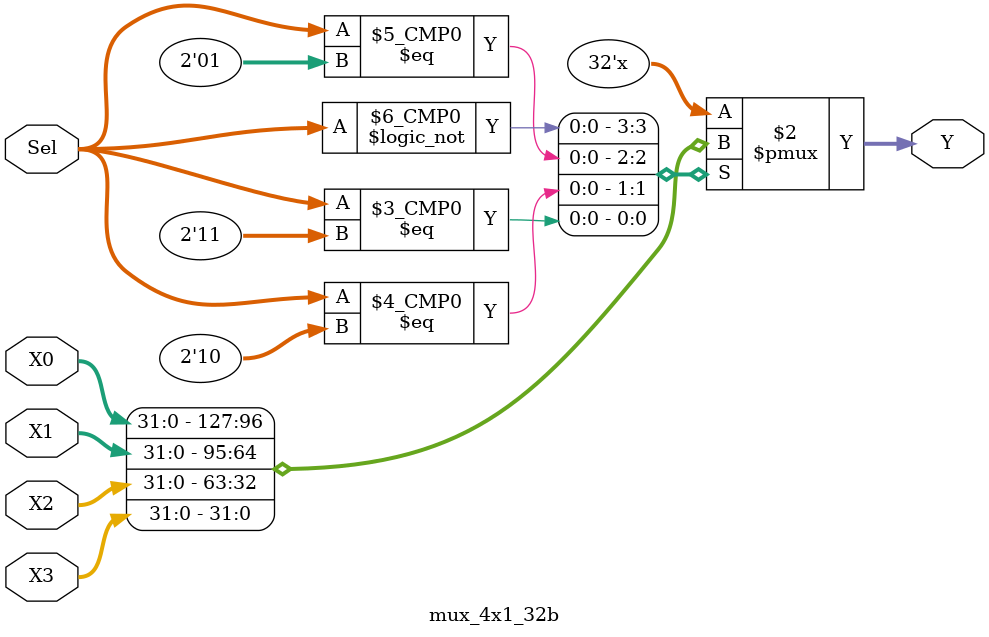
<source format=v>
module mux_4x1_32b(output reg [31:0] Y, input [1:0] Sel, input [31:0] X0, X1, X2, X3);
	always @(Sel, X0, X1, X2, X3) 
		case(Sel)
			2'b00:	Y = X0;
			2'b01: 	Y = X1;
			2'b10:	Y = X2;
			2'b11: 	Y = X3;
		endcase
endmodule

</source>
